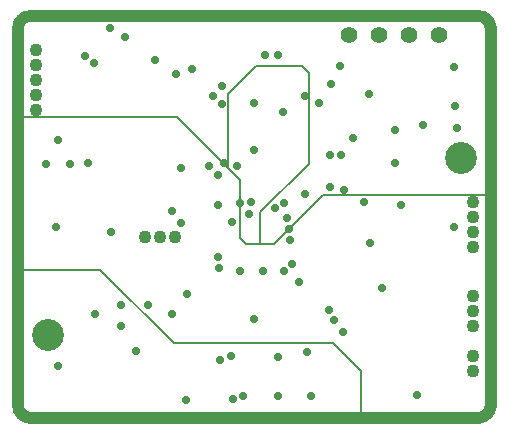
<source format=gbr>
%TF.GenerationSoftware,Altium Limited,Altium Designer,20.1.14 (287)*%
G04 Layer_Physical_Order=3*
G04 Layer_Color=128*
%FSLAX45Y45*%
%MOMM*%
%TF.SameCoordinates,D919A4BC-3EF6-4BA5-801F-EB9C9E4D33F9*%
%TF.FilePolarity,Negative*%
%TF.FileFunction,Copper,L3,Inr,Plane*%
%TF.Part,Single*%
G01*
G75*
%TA.AperFunction,ComponentPad*%
%ADD47C,1.10000*%
%TA.AperFunction,NonConductor*%
%ADD52C,1.01600*%
%TA.AperFunction,ComponentPad*%
%ADD53C,1.40000*%
%TA.AperFunction,ViaPad*%
%ADD54C,0.70000*%
%TA.AperFunction,NonConductor*%
%ADD55C,0.20000*%
%TA.AperFunction,ComponentPad*%
%ADD56C,2.70000*%
D47*
X150000Y2603701D02*
D03*
Y2730701D02*
D03*
Y2857701D02*
D03*
Y2984701D02*
D03*
Y3111701D02*
D03*
X3850000Y1447825D02*
D03*
Y1574825D02*
D03*
Y1701825D02*
D03*
Y1828825D02*
D03*
Y396000D02*
D03*
Y523000D02*
D03*
Y777000D02*
D03*
Y904000D02*
D03*
Y1031000D02*
D03*
X1327000Y1526274D02*
D03*
X1200000D02*
D03*
X1073000D02*
D03*
D52*
X3900000Y0D02*
G03*
X4000000Y100000I0J100000D01*
G01*
X4000000Y3300000D02*
G03*
X3900000Y3400000I-100000J0D01*
G01*
X100000D02*
G03*
X0Y3300000I0J-100000D01*
G01*
Y100000D02*
G03*
X100000Y0I100000J0D01*
G01*
X3900000D02*
X3900000D01*
X3999999Y100000D02*
X4000000D01*
X3999999D02*
X4000000Y3300000D01*
Y3300000D02*
Y3300000D01*
X100000Y3400000D02*
X3900000Y3400000D01*
X100000D02*
Y3400000D01*
X-1Y3300000D02*
X0Y3300000D01*
X-1Y3300000D02*
X0Y100000D01*
X100000Y0D02*
X3900000D01*
D53*
X3312371Y3239427D02*
D03*
X3058371D02*
D03*
X2804371D02*
D03*
X3566371D02*
D03*
D54*
X3193871Y2153065D02*
D03*
X2480000Y180000D02*
D03*
X3690000Y1610000D02*
D03*
X592500Y2157500D02*
D03*
X2277138Y1694504D02*
D03*
X3711912Y2454585D02*
D03*
X2547592Y2660000D02*
D03*
X2836721Y2364177D02*
D03*
X2000000Y2270148D02*
D03*
X1693784Y2058572D02*
D03*
X1853444Y2127509D02*
D03*
X1694752Y1799258D02*
D03*
X1881618Y1821618D02*
D03*
X1695114Y1360607D02*
D03*
X1700000Y1270000D02*
D03*
X1705783Y483915D02*
D03*
X1620000Y2130865D02*
D03*
X1740000Y2160000D02*
D03*
X1380000Y2113799D02*
D03*
X1161895Y3025000D02*
D03*
X2639273Y2223700D02*
D03*
X2756474Y1926334D02*
D03*
X2429995Y1889996D02*
D03*
X2175624Y1775625D02*
D03*
X2250000Y1820000D02*
D03*
X2292456Y1600456D02*
D03*
X2980000Y1482000D02*
D03*
X2319995Y1299997D02*
D03*
X2379995Y1149998D02*
D03*
X2675000Y825000D02*
D03*
X1975000Y1825000D02*
D03*
X2750000Y725000D02*
D03*
X1300000Y1750000D02*
D03*
X1815000Y1654876D02*
D03*
X2300000Y1500000D02*
D03*
X1880000Y1240000D02*
D03*
X1957406Y1728365D02*
D03*
X2255000Y1240000D02*
D03*
X1380000Y1650000D02*
D03*
X2070000Y1240000D02*
D03*
X1804794Y523379D02*
D03*
X319999Y1609997D02*
D03*
X2200000Y511972D02*
D03*
X775000Y3299216D02*
D03*
X640000Y3006552D02*
D03*
X570000Y3065000D02*
D03*
X907500Y3225000D02*
D03*
X1432500Y1050000D02*
D03*
X2203185Y3072627D02*
D03*
X2088185D02*
D03*
X2240000Y2585126D02*
D03*
X2972370Y2743326D02*
D03*
X3423871Y2475126D02*
D03*
X2930000Y1830000D02*
D03*
X3240000Y1800000D02*
D03*
X2000000Y836197D02*
D03*
X1820000Y160000D02*
D03*
X2630000Y910000D02*
D03*
X3080000Y1100000D02*
D03*
X3380000Y190000D02*
D03*
X340000Y440000D02*
D03*
X1000000Y566200D02*
D03*
X1340000Y2910000D02*
D03*
X1730000Y2810000D02*
D03*
X2000000Y2665333D02*
D03*
X1475000Y2955126D02*
D03*
X1650000Y2725000D02*
D03*
X790000Y1570000D02*
D03*
X340000Y2350000D02*
D03*
X3700000Y2640000D02*
D03*
X3193871Y2435454D02*
D03*
X3690000Y2970000D02*
D03*
X2200000Y180000D02*
D03*
X1900000D02*
D03*
X2446056Y552348D02*
D03*
X2732864Y2224118D02*
D03*
X2650000Y2825000D02*
D03*
X2725000Y2975000D02*
D03*
X2639273Y1948700D02*
D03*
X2425000Y2725000D02*
D03*
X1725000Y2655000D02*
D03*
X240000Y2150000D02*
D03*
X440000D02*
D03*
X1425000Y150000D02*
D03*
X1300000Y875000D02*
D03*
X875000Y775000D02*
D03*
X1100000Y950000D02*
D03*
X650000Y875000D02*
D03*
X875000Y950000D02*
D03*
D55*
X1777591Y2113799D02*
Y2736201D01*
X2016391Y2975000D01*
X2405127D01*
X2460000Y2920126D01*
Y2150000D02*
Y2920126D01*
X2047432Y1737432D02*
X2460000Y2150000D01*
X2047432Y1471274D02*
Y1737432D01*
X20000Y2260000D02*
Y2548701D01*
X2580460Y1883825D02*
X4010000D01*
X2167909Y1471274D02*
X2580460Y1883825D01*
X1926955Y1471274D02*
X2167909D01*
X1880000Y1518229D02*
X1926955Y1471274D01*
X1880000Y1518229D02*
Y2011391D01*
X1342690Y2548701D02*
X1880000Y2011391D01*
X20000Y2548701D02*
X1342690D01*
X0Y1275000D02*
X25000Y1250000D01*
X2900000Y0D02*
X3175000D01*
X2900000D02*
Y395000D01*
X2666081Y628919D02*
X2900000Y395000D01*
X1318386Y628919D02*
X2666081D01*
X697305Y1250000D02*
X1318386Y628919D01*
X25000Y1250000D02*
X697305D01*
D56*
X3750000Y2200000D02*
D03*
X250000Y700000D02*
D03*
%TF.MD5,659b298f823d3f4e3ec6aed21e87e4d8*%
M02*

</source>
